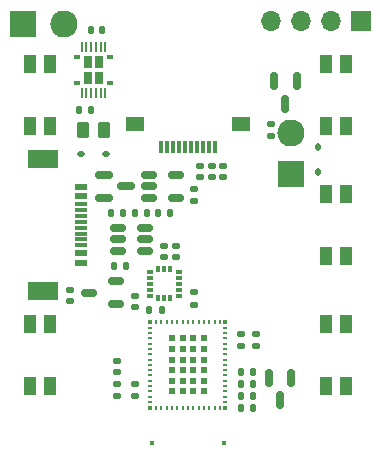
<source format=gbr>
%TF.GenerationSoftware,KiCad,Pcbnew,7.0.1*%
%TF.CreationDate,2024-08-17T13:05:24+01:00*%
%TF.ProjectId,Hardware,48617264-7761-4726-952e-6b696361645f,rev?*%
%TF.SameCoordinates,Original*%
%TF.FileFunction,Paste,Bot*%
%TF.FilePolarity,Positive*%
%FSLAX46Y46*%
G04 Gerber Fmt 4.6, Leading zero omitted, Abs format (unit mm)*
G04 Created by KiCad (PCBNEW 7.0.1) date 2024-08-17 13:05:24*
%MOMM*%
%LPD*%
G01*
G04 APERTURE LIST*
G04 Aperture macros list*
%AMRoundRect*
0 Rectangle with rounded corners*
0 $1 Rounding radius*
0 $2 $3 $4 $5 $6 $7 $8 $9 X,Y pos of 4 corners*
0 Add a 4 corners polygon primitive as box body*
4,1,4,$2,$3,$4,$5,$6,$7,$8,$9,$2,$3,0*
0 Add four circle primitives for the rounded corners*
1,1,$1+$1,$2,$3*
1,1,$1+$1,$4,$5*
1,1,$1+$1,$6,$7*
1,1,$1+$1,$8,$9*
0 Add four rect primitives between the rounded corners*
20,1,$1+$1,$2,$3,$4,$5,0*
20,1,$1+$1,$4,$5,$6,$7,0*
20,1,$1+$1,$6,$7,$8,$9,0*
20,1,$1+$1,$8,$9,$2,$3,0*%
G04 Aperture macros list end*
%ADD10RoundRect,0.135000X0.135000X0.185000X-0.135000X0.185000X-0.135000X-0.185000X0.135000X-0.185000X0*%
%ADD11R,1.000000X0.600000*%
%ADD12R,1.000000X0.300000*%
%ADD13R,2.600000X1.550000*%
%ADD14RoundRect,0.140000X-0.140000X-0.170000X0.140000X-0.170000X0.140000X0.170000X-0.140000X0.170000X0*%
%ADD15RoundRect,0.140000X-0.170000X0.140000X-0.170000X-0.140000X0.170000X-0.140000X0.170000X0.140000X0*%
%ADD16RoundRect,0.135000X0.185000X-0.135000X0.185000X0.135000X-0.185000X0.135000X-0.185000X-0.135000X0*%
%ADD17R,2.300000X2.300000*%
%ADD18O,2.300000X2.300000*%
%ADD19RoundRect,0.112500X0.112500X-0.187500X0.112500X0.187500X-0.112500X0.187500X-0.112500X-0.187500X0*%
%ADD20RoundRect,0.135000X-0.135000X-0.185000X0.135000X-0.185000X0.135000X0.185000X-0.135000X0.185000X0*%
%ADD21RoundRect,0.140000X0.170000X-0.140000X0.170000X0.140000X-0.170000X0.140000X-0.170000X-0.140000X0*%
%ADD22R,1.000000X1.550000*%
%ADD23RoundRect,0.150000X-0.512500X-0.150000X0.512500X-0.150000X0.512500X0.150000X-0.512500X0.150000X0*%
%ADD24RoundRect,0.250000X-0.262500X-0.450000X0.262500X-0.450000X0.262500X0.450000X-0.262500X0.450000X0*%
%ADD25R,0.300000X1.000000*%
%ADD26R,1.650000X1.300000*%
%ADD27RoundRect,0.135000X-0.185000X0.135000X-0.185000X-0.135000X0.185000X-0.135000X0.185000X0.135000X0*%
%ADD28RoundRect,0.087500X0.187500X0.087500X-0.187500X0.087500X-0.187500X-0.087500X0.187500X-0.087500X0*%
%ADD29RoundRect,0.087500X0.087500X0.187500X-0.087500X0.187500X-0.087500X-0.187500X0.087500X-0.187500X0*%
%ADD30RoundRect,0.150000X-0.150000X0.587500X-0.150000X-0.587500X0.150000X-0.587500X0.150000X0.587500X0*%
%ADD31R,0.300000X0.300000*%
%ADD32R,0.350000X0.250000*%
%ADD33R,0.250000X0.350000*%
%ADD34R,0.600000X0.600000*%
%ADD35R,0.430000X0.430000*%
%ADD36RoundRect,0.140000X0.140000X0.170000X-0.140000X0.170000X-0.140000X-0.170000X0.140000X-0.170000X0*%
%ADD37R,1.700000X1.700000*%
%ADD38O,1.700000X1.700000*%
%ADD39R,0.200000X0.200000*%
%ADD40O,0.200000X0.850000*%
%ADD41R,0.575000X0.400000*%
%ADD42R,0.775000X1.100000*%
%ADD43RoundRect,0.112500X0.187500X0.112500X-0.187500X0.112500X-0.187500X-0.112500X0.187500X-0.112500X0*%
%ADD44RoundRect,0.150000X-0.587500X-0.150000X0.587500X-0.150000X0.587500X0.150000X-0.587500X0.150000X0*%
%ADD45RoundRect,0.150000X0.512500X0.150000X-0.512500X0.150000X-0.512500X-0.150000X0.512500X-0.150000X0*%
G04 APERTURE END LIST*
D10*
%TO.C,R10*%
X109760000Y-86000000D03*
X108740000Y-86000000D03*
%TD*%
D11*
%TO.C,J1*%
X104220000Y-90210000D03*
X104220000Y-89410000D03*
D12*
X104220000Y-88250000D03*
X104220000Y-87250000D03*
X104220000Y-86750000D03*
X104220000Y-85750000D03*
D11*
X104220000Y-84590000D03*
X104220000Y-83790000D03*
X104220000Y-83790000D03*
X104220000Y-84590000D03*
D12*
X104220000Y-85250000D03*
X104220000Y-86250000D03*
X104220000Y-87750000D03*
X104220000Y-88750000D03*
D11*
X104220000Y-89410000D03*
X104220000Y-90210000D03*
D13*
X101000000Y-92600000D03*
X101000000Y-81400000D03*
%TD*%
D14*
%TO.C,C4*%
X117770000Y-102500000D03*
X118730000Y-102500000D03*
%TD*%
D15*
%TO.C,C7*%
X114250000Y-82020000D03*
X114250000Y-82980000D03*
%TD*%
D16*
%TO.C,R7*%
X108750000Y-101510000D03*
X108750000Y-100490000D03*
%TD*%
D17*
%TO.C,J3*%
X99250000Y-70000000D03*
D18*
X102750000Y-70000000D03*
%TD*%
D19*
%TO.C,D4*%
X124250000Y-82550000D03*
X124250000Y-80450000D03*
%TD*%
D20*
%TO.C,R13*%
X109990000Y-94250000D03*
X111010000Y-94250000D03*
%TD*%
D21*
%TO.C,C11*%
X111250000Y-89730000D03*
X111250000Y-88770000D03*
%TD*%
D17*
%TO.C,J5*%
X122000000Y-82750000D03*
D18*
X122000000Y-79250000D03*
%TD*%
D22*
%TO.C,SW2*%
X99900000Y-95375000D03*
X99900000Y-100625000D03*
X101600000Y-95375000D03*
X101600000Y-100625000D03*
%TD*%
D21*
%TO.C,C12*%
X112250000Y-89730000D03*
X112250000Y-88770000D03*
%TD*%
D22*
%TO.C,SW4*%
X126600000Y-89625000D03*
X126600000Y-84375000D03*
X124900000Y-89625000D03*
X124900000Y-84375000D03*
%TD*%
D23*
%TO.C,U1*%
X107362500Y-89200000D03*
X107362500Y-88250000D03*
X107362500Y-87300000D03*
X109637500Y-87300000D03*
X109637500Y-88250000D03*
X109637500Y-89200000D03*
%TD*%
D15*
%TO.C,C9*%
X116250000Y-82020000D03*
X116250000Y-82980000D03*
%TD*%
D24*
%TO.C,R3*%
X104337500Y-79000000D03*
X106162500Y-79000000D03*
%TD*%
D23*
%TO.C,U4*%
X109975000Y-84700000D03*
X109975000Y-83750000D03*
X109975000Y-82800000D03*
X112250000Y-82800000D03*
X112250000Y-84700000D03*
%TD*%
D25*
%TO.C,J4*%
X111000000Y-80400000D03*
X111500000Y-80400000D03*
X112000000Y-80400000D03*
X112500000Y-80400000D03*
X113000000Y-80400000D03*
X113500000Y-80400000D03*
X114000000Y-80400000D03*
X114500000Y-80400000D03*
X115000000Y-80400000D03*
X115500000Y-80400000D03*
D26*
X108725000Y-78500000D03*
X117775000Y-78500000D03*
%TD*%
D16*
%TO.C,R8*%
X107250000Y-101510000D03*
X107250000Y-100490000D03*
%TD*%
D10*
%TO.C,R6*%
X105010000Y-77250000D03*
X103990000Y-77250000D03*
%TD*%
D27*
%TO.C,R4*%
X117750000Y-96240000D03*
X117750000Y-97260000D03*
%TD*%
D28*
%TO.C,U5*%
X112475000Y-91000000D03*
X112475000Y-91500000D03*
X112475000Y-92000000D03*
X112475000Y-92500000D03*
X112475000Y-93000000D03*
D29*
X111750000Y-93225000D03*
X111250000Y-93225000D03*
X110750000Y-93225000D03*
D28*
X110025000Y-93000000D03*
X110025000Y-92500000D03*
X110025000Y-92000000D03*
X110025000Y-91500000D03*
X110025000Y-91000000D03*
D29*
X110750000Y-90775000D03*
X111250000Y-90775000D03*
X111750000Y-90775000D03*
%TD*%
D30*
%TO.C,Q3*%
X120550000Y-74875000D03*
X122450000Y-74875000D03*
X121500000Y-76750000D03*
%TD*%
D31*
%TO.C,U2*%
X110070000Y-102500000D03*
D32*
X110070000Y-102020000D03*
X110070000Y-101570000D03*
X110070000Y-101120000D03*
X110070000Y-100670000D03*
X110070000Y-100220000D03*
X110070000Y-99770000D03*
X110070000Y-99320000D03*
X110070000Y-98870000D03*
X110070000Y-98420000D03*
X110070000Y-97970000D03*
X110070000Y-97520000D03*
X110070000Y-97070000D03*
X110070000Y-96620000D03*
X110070000Y-96170000D03*
X110070000Y-95720000D03*
D31*
X110070000Y-95250000D03*
D33*
X110550000Y-95250000D03*
X111000000Y-95250000D03*
X111450000Y-95250000D03*
X111900000Y-95250000D03*
X112350000Y-95250000D03*
X112800000Y-95250000D03*
X113250000Y-95250000D03*
X113700000Y-95250000D03*
X114150000Y-95250000D03*
X114600000Y-95250000D03*
X115050000Y-95250000D03*
X115500000Y-95250000D03*
X115950000Y-95250000D03*
D31*
X116420000Y-95250000D03*
D32*
X116420000Y-95720000D03*
X116420000Y-96170000D03*
X116420000Y-96620000D03*
X116420000Y-97070000D03*
X116420000Y-97520000D03*
X116420000Y-97970000D03*
X116420000Y-98420000D03*
X116420000Y-98870000D03*
X116420000Y-99320000D03*
X116420000Y-99770000D03*
X116420000Y-100220000D03*
X116420000Y-100670000D03*
X116420000Y-101120000D03*
X116420000Y-101570000D03*
X116420000Y-102020000D03*
D31*
X116420000Y-102500000D03*
D33*
X115950000Y-102500000D03*
X115500000Y-102500000D03*
X115050000Y-102500000D03*
X114600000Y-102500000D03*
X114150000Y-102500000D03*
X113700000Y-102500000D03*
X113250000Y-102500000D03*
X112800000Y-102500000D03*
X112350000Y-102500000D03*
X111900000Y-102500000D03*
X111450000Y-102500000D03*
X111000000Y-102500000D03*
X110550000Y-102500000D03*
D34*
X111900000Y-101120000D03*
X111900000Y-100220000D03*
X111900000Y-99320000D03*
X111900000Y-98420000D03*
X111900000Y-97520000D03*
X111900000Y-96620000D03*
X112800000Y-96620000D03*
X113700000Y-96620000D03*
X114600000Y-96620000D03*
X114600000Y-97520000D03*
X114600000Y-98420000D03*
X114600000Y-99320000D03*
X114600000Y-100220000D03*
X114600000Y-101120000D03*
X113700000Y-101120000D03*
X112800000Y-101120000D03*
X112800000Y-100220000D03*
X112800000Y-99320000D03*
X112800000Y-98420000D03*
X112800000Y-97520000D03*
X113700000Y-97520000D03*
X113700000Y-98420000D03*
X113700000Y-99320000D03*
X113700000Y-100220000D03*
D35*
X110200000Y-105450000D03*
X116300000Y-105450000D03*
%TD*%
D10*
%TO.C,R12*%
X118760000Y-99500000D03*
X117740000Y-99500000D03*
%TD*%
D15*
%TO.C,C10*%
X103250000Y-92520000D03*
X103250000Y-93480000D03*
%TD*%
D27*
%TO.C,R15*%
X120250000Y-78490000D03*
X120250000Y-79510000D03*
%TD*%
D21*
%TO.C,C13*%
X108750000Y-93980000D03*
X108750000Y-93020000D03*
%TD*%
D22*
%TO.C,SW3*%
X126600000Y-78625000D03*
X126600000Y-73375000D03*
X124900000Y-78625000D03*
X124900000Y-73375000D03*
%TD*%
D30*
%TO.C,Q2*%
X120100000Y-100000000D03*
X122000000Y-100000000D03*
X121050000Y-101875000D03*
%TD*%
D27*
%TO.C,R5*%
X119000000Y-96240000D03*
X119000000Y-97260000D03*
%TD*%
D15*
%TO.C,C8*%
X115250000Y-82020000D03*
X115250000Y-82980000D03*
%TD*%
D36*
%TO.C,C5*%
X105980000Y-70500000D03*
X105020000Y-70500000D03*
%TD*%
D20*
%TO.C,R1*%
X106740000Y-86000000D03*
X107760000Y-86000000D03*
%TD*%
D15*
%TO.C,C6*%
X113750000Y-84020000D03*
X113750000Y-84980000D03*
%TD*%
D37*
%TO.C,J2*%
X127920000Y-69750000D03*
D38*
X125380000Y-69750000D03*
X122840000Y-69750000D03*
X120300000Y-69750000D03*
%TD*%
D14*
%TO.C,C3*%
X117770000Y-101500000D03*
X118730000Y-101500000D03*
%TD*%
D39*
%TO.C,U3*%
X104250000Y-71600000D03*
D40*
X104250000Y-71925000D03*
D39*
X104650000Y-71600000D03*
D40*
X104650000Y-71925000D03*
D39*
X105050000Y-71600000D03*
D40*
X105050000Y-71925000D03*
D39*
X105450000Y-71600000D03*
D40*
X105450000Y-71925000D03*
D39*
X105850000Y-71600000D03*
D40*
X105850000Y-71925000D03*
D39*
X106250000Y-71600000D03*
D40*
X106250000Y-71925000D03*
X106250000Y-75875000D03*
D39*
X106250000Y-76200000D03*
D40*
X105850000Y-75875000D03*
D39*
X105850000Y-76200000D03*
D40*
X105450000Y-75875000D03*
D39*
X105450000Y-76200000D03*
D40*
X105050000Y-75875000D03*
D39*
X105050000Y-76200000D03*
D40*
X104650000Y-75875000D03*
D39*
X104650000Y-76200000D03*
D40*
X104250000Y-75875000D03*
D39*
X104250000Y-76200000D03*
D41*
X106615000Y-72800000D03*
X103885000Y-72800000D03*
D42*
X105737500Y-73250000D03*
X104762500Y-73250000D03*
X105737500Y-74550000D03*
X104762500Y-74550000D03*
D41*
X106615000Y-75000000D03*
X103885000Y-75000000D03*
%TD*%
D43*
%TO.C,D1*%
X106300000Y-81000000D03*
X104200000Y-81000000D03*
%TD*%
D44*
%TO.C,Q1*%
X106125000Y-84700000D03*
X106125000Y-82800000D03*
X108000000Y-83750000D03*
%TD*%
D20*
%TO.C,R9*%
X110740000Y-86000000D03*
X111760000Y-86000000D03*
%TD*%
D22*
%TO.C,SW1*%
X99900000Y-73375000D03*
X99900000Y-78625000D03*
X101600000Y-73375000D03*
X101600000Y-78625000D03*
%TD*%
D45*
%TO.C,U6*%
X107137500Y-91800000D03*
X107137500Y-93700000D03*
X104862500Y-92750000D03*
%TD*%
D14*
%TO.C,C2*%
X117770000Y-100500000D03*
X118730000Y-100500000D03*
%TD*%
D22*
%TO.C,SW5*%
X126600000Y-100625000D03*
X126600000Y-95375000D03*
X124900000Y-100625000D03*
X124900000Y-95375000D03*
%TD*%
D20*
%TO.C,R2*%
X106990000Y-90500000D03*
X108010000Y-90500000D03*
%TD*%
D15*
%TO.C,C1*%
X107250000Y-98520000D03*
X107250000Y-99480000D03*
%TD*%
D27*
%TO.C,R14*%
X113750000Y-92740000D03*
X113750000Y-93760000D03*
%TD*%
M02*

</source>
